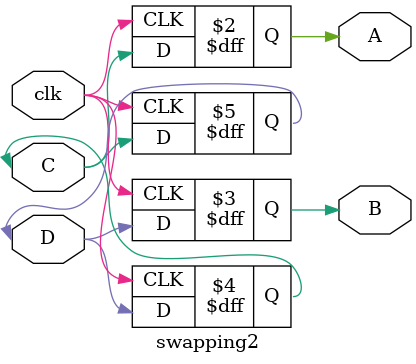
<source format=v>
module swapping2(A,B,C,D,clk);
	output A,B;
	input clk,C,D;
	reg temp;
	
			always @(posedge clk)
			begin
			A=C;
			B=D;
				 temp=D;
			    D=C;
				 C=temp;
			end

endmodule

</source>
